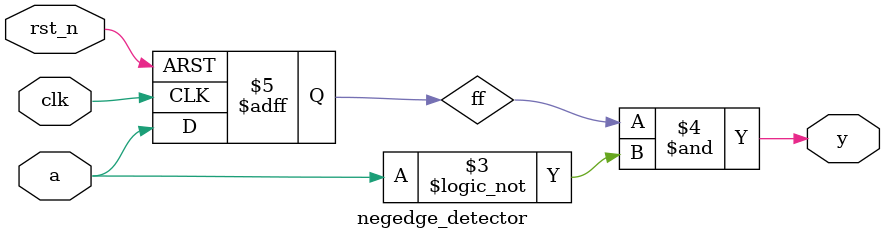
<source format=v>
module negedge_detector
  (
   input clk, // clock
   input rst_n, // active low reset
   input a, // input on which positive edges should be detected
   output y
   );

   reg 	  ff;
   
   always @(posedge clk or negedge rst_n)
     begin
	if( !rst_n ) ff <= 1'b0;
	else ff <= a;
     end
   
   assign y = ff & !a;
	
endmodule

</source>
